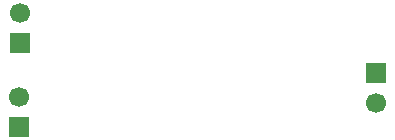
<source format=gbs>
%TF.GenerationSoftware,KiCad,Pcbnew,9.0.6*%
%TF.CreationDate,2025-12-11T09:20:51-05:00*%
%TF.ProjectId,Mini_Solar_Supply,4d696e69-5f53-46f6-9c61-725f53757070,rev?*%
%TF.SameCoordinates,Original*%
%TF.FileFunction,Soldermask,Bot*%
%TF.FilePolarity,Negative*%
%FSLAX46Y46*%
G04 Gerber Fmt 4.6, Leading zero omitted, Abs format (unit mm)*
G04 Created by KiCad (PCBNEW 9.0.6) date 2025-12-11 09:20:51*
%MOMM*%
%LPD*%
G01*
G04 APERTURE LIST*
%ADD10R,1.700000X1.700000*%
%ADD11C,1.700000*%
G04 APERTURE END LIST*
D10*
%TO.C,J2*%
X127337200Y-132745400D03*
D11*
X127337200Y-130205400D03*
%TD*%
D10*
%TO.C,J4*%
X127346400Y-125684200D03*
D11*
X127346400Y-123144200D03*
%TD*%
D10*
%TO.C,J1*%
X157540000Y-128214200D03*
D11*
X157540000Y-130754200D03*
%TD*%
M02*

</source>
